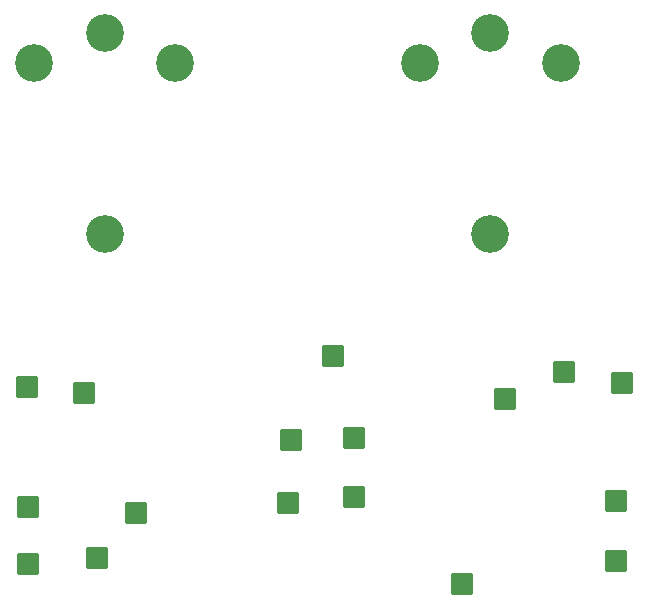
<source format=gbs>
G04 Layer: BottomSolderMaskLayer*
G04 EasyEDA v6.5.29, 2023-07-10 19:36:55*
G04 1e7b4ab6233f4b76a91dc94f4c831b37,398929e9e95146ce9e037ed163e1f376,10*
G04 Gerber Generator version 0.2*
G04 Scale: 100 percent, Rotated: No, Reflected: No *
G04 Dimensions in millimeters *
G04 leading zeros omitted , absolute positions ,4 integer and 5 decimal *
%FSLAX45Y45*%
%MOMM*%

%AMMACRO1*1,1,$1,$2,$3*1,1,$1,$4,$5*1,1,$1,0-$2,0-$3*1,1,$1,0-$4,0-$5*20,1,$1,$2,$3,$4,$5,0*20,1,$1,$4,$5,0-$2,0-$3,0*20,1,$1,0-$2,0-$3,0-$4,0-$5,0*20,1,$1,0-$4,0-$5,$2,$3,0*4,1,4,$2,$3,$4,$5,0-$2,0-$3,0-$4,0-$5,$2,$3,0*%
%ADD10MACRO1,0.1016X-0.85X0.85X0.85X0.85*%
%ADD11C,3.2032*%

%LPD*%
D10*
G01*
X1594744Y-4049872D03*
G01*
X5658744Y-3872072D03*
G01*
X1112144Y-3999072D03*
G01*
X6154044Y-3960972D03*
G01*
X1124844Y-5015072D03*
G01*
X6103244Y-4964272D03*
G01*
X3347344Y-4443572D03*
G01*
X1124844Y-5497672D03*
G01*
X3880744Y-4430872D03*
G01*
X6103244Y-5472272D03*
G01*
X3702944Y-3732372D03*
G01*
X2039244Y-5065872D03*
G01*
X5163444Y-4100672D03*
G01*
X3321944Y-4976972D03*
G01*
X3880744Y-4926172D03*
G01*
X1709044Y-5446872D03*
G01*
X4795144Y-5662772D03*
D11*
G01*
X1772544Y-2703672D03*
G01*
X1175644Y-1255872D03*
G01*
X1772544Y-1002761D03*
G01*
X2369444Y-1255872D03*
G01*
X5036444Y-2703672D03*
G01*
X4439544Y-1255872D03*
G01*
X5036444Y-1002761D03*
G01*
X5633344Y-1255872D03*
M02*

</source>
